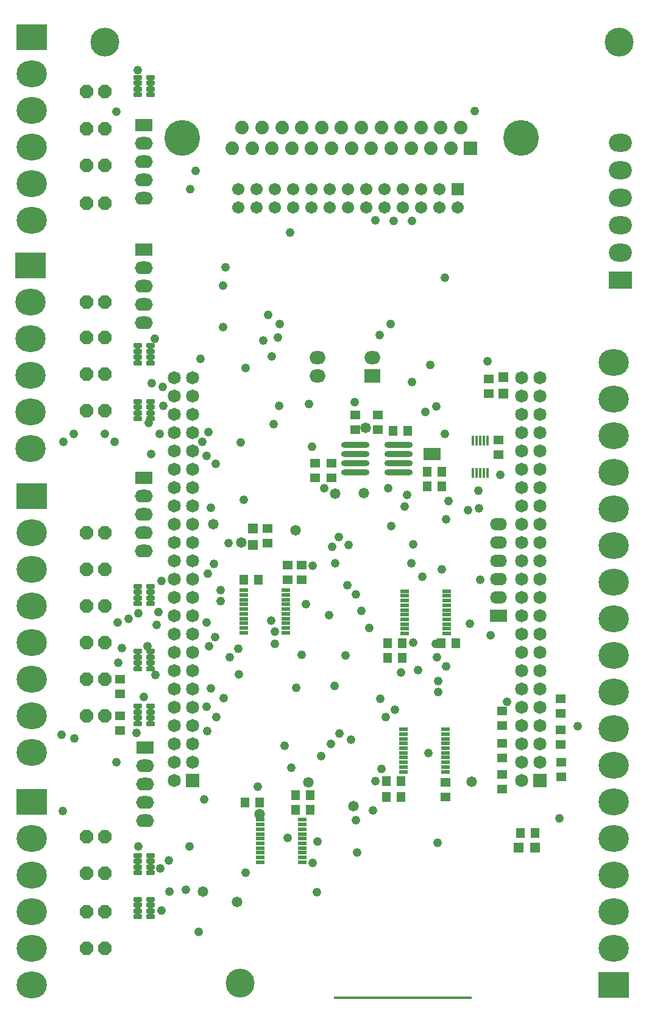
<source format=gts>
%FSTAX24Y24*%
%MOIN*%
G70*
G01*
G75*
G04 Layer_Color=8388736*
%ADD10R,0.0500X0.0394*%
%ADD11R,0.7500X0.0100*%
%ADD12R,0.0500X0.0500*%
G04:AMPARAMS|DCode=13|XSize=37.4mil|YSize=19.7mil|CornerRadius=2.5mil|HoleSize=0mil|Usage=FLASHONLY|Rotation=180.000|XOffset=0mil|YOffset=0mil|HoleType=Round|Shape=RoundedRectangle|*
%AMROUNDEDRECTD13*
21,1,0.0374,0.0148,0,0,180.0*
21,1,0.0325,0.0197,0,0,180.0*
1,1,0.0049,-0.0162,0.0074*
1,1,0.0049,0.0162,0.0074*
1,1,0.0049,0.0162,-0.0074*
1,1,0.0049,-0.0162,-0.0074*
%
%ADD13ROUNDEDRECTD13*%
%ADD14R,0.0500X0.0500*%
%ADD15R,0.0394X0.0500*%
%ADD16R,0.0390X0.0120*%
%ADD17O,0.1457X0.0256*%
%ADD18O,0.0118X0.0532*%
%ADD19C,0.0160*%
%ADD20C,0.0080*%
%ADD21C,0.0120*%
%ADD22C,0.0200*%
%ADD23C,0.0100*%
%ADD24C,0.1500*%
%ADD25C,0.1874*%
%ADD26C,0.0665*%
%ADD27R,0.0665X0.0665*%
%ADD28O,0.1575X0.1360*%
%ADD29R,0.1575X0.1360*%
%ADD30R,0.0638X0.0638*%
%ADD31C,0.0638*%
%ADD32C,0.0591*%
%ADD33R,0.0591X0.0591*%
%ADD34P,0.0714X8X202.5*%
%ADD35O,0.0900X0.0620*%
%ADD36R,0.0900X0.0620*%
%ADD37O,0.0850X0.0600*%
%ADD38R,0.0850X0.0600*%
%ADD39O,0.0800X0.0640*%
%ADD40R,0.0800X0.0640*%
%ADD41R,0.1181X0.0902*%
%ADD42O,0.1181X0.0902*%
%ADD43C,0.0400*%
%ADD44C,0.0500*%
%ADD45C,0.0400*%
%ADD46C,0.0079*%
%ADD47C,0.0050*%
%ADD48C,0.0060*%
%ADD49C,0.0098*%
%ADD50C,0.0070*%
%ADD51C,0.0040*%
%ADD52C,0.0059*%
%ADD53R,0.0315X0.0945*%
%ADD54R,0.0580X0.0474*%
%ADD55R,0.7580X0.0180*%
%ADD56R,0.0580X0.0580*%
G04:AMPARAMS|DCode=57|XSize=45.4mil|YSize=27.7mil|CornerRadius=6.5mil|HoleSize=0mil|Usage=FLASHONLY|Rotation=180.000|XOffset=0mil|YOffset=0mil|HoleType=Round|Shape=RoundedRectangle|*
%AMROUNDEDRECTD57*
21,1,0.0454,0.0148,0,0,180.0*
21,1,0.0325,0.0277,0,0,180.0*
1,1,0.0129,-0.0162,0.0074*
1,1,0.0129,0.0162,0.0074*
1,1,0.0129,0.0162,-0.0074*
1,1,0.0129,-0.0162,-0.0074*
%
%ADD57ROUNDEDRECTD57*%
%ADD58R,0.0580X0.0580*%
%ADD59R,0.0474X0.0580*%
%ADD60R,0.0470X0.0200*%
%ADD61O,0.1537X0.0336*%
%ADD62O,0.0158X0.0572*%
%ADD63C,0.1580*%
%ADD64C,0.1954*%
%ADD65C,0.0745*%
%ADD66R,0.0745X0.0745*%
%ADD67O,0.1655X0.1440*%
%ADD68R,0.1655X0.1440*%
%ADD69R,0.0718X0.0718*%
%ADD70C,0.0718*%
%ADD71C,0.0671*%
%ADD72R,0.0671X0.0671*%
%ADD73P,0.0801X8X202.5*%
%ADD74O,0.0980X0.0700*%
%ADD75R,0.0980X0.0700*%
%ADD76O,0.0930X0.0680*%
%ADD77R,0.0930X0.0680*%
%ADD78O,0.0880X0.0720*%
%ADD79R,0.0880X0.0720*%
%ADD80R,0.1261X0.0982*%
%ADD81O,0.1261X0.0982*%
%ADD82C,0.0480*%
%ADD83C,0.0580*%
D53*
X031054Y0449D02*
D03*
X030346D02*
D03*
X031054Y01465D02*
D03*
X030346D02*
D03*
X031054Y01705D02*
D03*
X030346D02*
D03*
X031054Y0252D02*
D03*
X030346D02*
D03*
X031054Y04185D02*
D03*
X030346D02*
D03*
Y05955D02*
D03*
X031054D02*
D03*
Y0282D02*
D03*
X030346D02*
D03*
Y03175D02*
D03*
X031054D02*
D03*
D54*
X053503Y025296D02*
D03*
Y026096D02*
D03*
X049567Y042733D02*
D03*
Y043533D02*
D03*
X042252Y041585D02*
D03*
Y040785D02*
D03*
X0294Y02435D02*
D03*
Y02515D02*
D03*
X053516Y022605D02*
D03*
Y021805D02*
D03*
X053503Y023595D02*
D03*
Y024395D02*
D03*
X0503Y0254D02*
D03*
Y0246D02*
D03*
Y02285D02*
D03*
Y02365D02*
D03*
X050286Y021153D02*
D03*
Y021953D02*
D03*
X047199Y020713D02*
D03*
Y021513D02*
D03*
X037467Y035389D02*
D03*
Y034589D02*
D03*
X0294Y02715D02*
D03*
Y02635D02*
D03*
X039323Y032585D02*
D03*
Y033385D02*
D03*
X04095Y03815D02*
D03*
Y03895D02*
D03*
X04005Y03815D02*
D03*
Y03895D02*
D03*
X043477Y041593D02*
D03*
Y040793D02*
D03*
X0501Y0394D02*
D03*
Y0402D02*
D03*
X038561Y032585D02*
D03*
Y033385D02*
D03*
D55*
X044845Y009737D02*
D03*
D56*
X050367Y043633D02*
D03*
Y042733D02*
D03*
X036669Y034472D02*
D03*
Y035372D02*
D03*
D57*
X031054Y045372D02*
D03*
Y045057D02*
D03*
Y044743D02*
D03*
Y044428D02*
D03*
X030346D02*
D03*
Y044743D02*
D03*
Y045057D02*
D03*
Y045372D02*
D03*
X031054Y015122D02*
D03*
Y014807D02*
D03*
Y014493D02*
D03*
Y014178D02*
D03*
X030346D02*
D03*
Y014493D02*
D03*
Y014807D02*
D03*
Y015122D02*
D03*
X031054Y017522D02*
D03*
Y017207D02*
D03*
Y016893D02*
D03*
Y016578D02*
D03*
X030346D02*
D03*
Y016893D02*
D03*
Y017207D02*
D03*
Y017522D02*
D03*
X031054Y025672D02*
D03*
Y025357D02*
D03*
Y025043D02*
D03*
Y024728D02*
D03*
X030346D02*
D03*
Y025043D02*
D03*
Y025357D02*
D03*
Y025672D02*
D03*
X031054Y042322D02*
D03*
Y042007D02*
D03*
Y041693D02*
D03*
Y041378D02*
D03*
X030346D02*
D03*
Y041693D02*
D03*
Y042007D02*
D03*
Y042322D02*
D03*
Y059078D02*
D03*
Y059393D02*
D03*
Y059707D02*
D03*
Y060022D02*
D03*
X031054D02*
D03*
Y059707D02*
D03*
Y059393D02*
D03*
Y059078D02*
D03*
Y028672D02*
D03*
Y028357D02*
D03*
Y028043D02*
D03*
Y027728D02*
D03*
X030346D02*
D03*
Y028043D02*
D03*
Y028357D02*
D03*
Y028672D02*
D03*
Y031278D02*
D03*
Y031593D02*
D03*
Y031907D02*
D03*
Y032222D02*
D03*
X031054D02*
D03*
Y031907D02*
D03*
Y031593D02*
D03*
Y031278D02*
D03*
D58*
X051198Y01796D02*
D03*
X052098D02*
D03*
D59*
X052094Y018743D02*
D03*
X051294D02*
D03*
X044775Y020726D02*
D03*
X043975D02*
D03*
X044775Y021576D02*
D03*
X043975D02*
D03*
X046968Y02911D02*
D03*
X047769D02*
D03*
X037038Y020427D02*
D03*
X036238D02*
D03*
X036157Y032572D02*
D03*
X036957D02*
D03*
X045134Y040709D02*
D03*
X044334D02*
D03*
X046981Y038478D02*
D03*
X046181D02*
D03*
X046981Y037668D02*
D03*
X046181D02*
D03*
X044027Y028313D02*
D03*
X044827D02*
D03*
X038991Y019999D02*
D03*
X039791D02*
D03*
X038991Y020799D02*
D03*
X039791D02*
D03*
X044032Y029115D02*
D03*
X044832D02*
D03*
D60*
X037045Y019465D02*
D03*
Y019209D02*
D03*
Y018953D02*
D03*
Y018697D02*
D03*
Y018441D02*
D03*
Y018183D02*
D03*
Y017923D02*
D03*
Y017673D02*
D03*
X039344D02*
D03*
Y017923D02*
D03*
Y018183D02*
D03*
Y018441D02*
D03*
Y018697D02*
D03*
Y018953D02*
D03*
Y019209D02*
D03*
Y019465D02*
D03*
X037045Y017413D02*
D03*
Y017153D02*
D03*
X039344Y017413D02*
D03*
Y017153D02*
D03*
X036151Y032002D02*
D03*
Y031746D02*
D03*
Y03149D02*
D03*
Y031234D02*
D03*
Y030978D02*
D03*
Y03072D02*
D03*
Y03046D02*
D03*
Y03021D02*
D03*
X03845D02*
D03*
Y03046D02*
D03*
Y03072D02*
D03*
Y030978D02*
D03*
Y031234D02*
D03*
Y03149D02*
D03*
Y031746D02*
D03*
Y032002D02*
D03*
X036151Y02995D02*
D03*
Y02969D02*
D03*
X03845Y02995D02*
D03*
Y02969D02*
D03*
X047199Y022098D02*
D03*
Y022354D02*
D03*
Y02261D02*
D03*
Y022866D02*
D03*
Y023122D02*
D03*
Y02338D02*
D03*
Y02364D02*
D03*
Y02389D02*
D03*
X0449D02*
D03*
Y02364D02*
D03*
Y02338D02*
D03*
Y023122D02*
D03*
Y022866D02*
D03*
Y02261D02*
D03*
Y022354D02*
D03*
Y022098D02*
D03*
X047199Y02415D02*
D03*
Y02441D02*
D03*
X0449Y02415D02*
D03*
Y02441D02*
D03*
X047249Y029648D02*
D03*
Y029904D02*
D03*
Y03016D02*
D03*
Y030416D02*
D03*
Y030672D02*
D03*
Y03093D02*
D03*
Y03119D02*
D03*
Y03144D02*
D03*
X04495D02*
D03*
Y03119D02*
D03*
Y03093D02*
D03*
Y030672D02*
D03*
Y030416D02*
D03*
Y03016D02*
D03*
Y029904D02*
D03*
Y029648D02*
D03*
X047249Y0317D02*
D03*
Y03196D02*
D03*
X04495Y0317D02*
D03*
Y03196D02*
D03*
D61*
X042271Y03995D02*
D03*
Y03945D02*
D03*
Y03895D02*
D03*
Y03845D02*
D03*
X044629Y03995D02*
D03*
Y03945D02*
D03*
Y03895D02*
D03*
Y03845D02*
D03*
D62*
X049494Y040176D02*
D03*
X049297D02*
D03*
X0491D02*
D03*
X048903D02*
D03*
X048706D02*
D03*
Y038424D02*
D03*
X048903D02*
D03*
X0491D02*
D03*
X049297D02*
D03*
X049494D02*
D03*
D63*
X0567Y06195D02*
D03*
X02855D02*
D03*
X03595Y01055D02*
D03*
D64*
X051312Y05671D02*
D03*
X032788D02*
D03*
D65*
X035528Y056151D02*
D03*
X036071Y057269D02*
D03*
X036615Y056151D02*
D03*
X037158Y057269D02*
D03*
X037702Y056151D02*
D03*
X038245Y057269D02*
D03*
X038789Y056151D02*
D03*
X039332Y057269D02*
D03*
X039876Y056151D02*
D03*
X040419Y057269D02*
D03*
X040963Y056151D02*
D03*
X041507Y057269D02*
D03*
X04205Y056151D02*
D03*
X042593Y057269D02*
D03*
X043137Y056151D02*
D03*
X043681Y057269D02*
D03*
X044224Y056151D02*
D03*
X044768Y057269D02*
D03*
X045311Y056151D02*
D03*
X045855Y057269D02*
D03*
X046398Y056151D02*
D03*
X046942Y057269D02*
D03*
X047485Y056151D02*
D03*
X048029Y057269D02*
D03*
D66*
X048572Y056151D02*
D03*
D67*
X0245Y03975D02*
D03*
Y04175D02*
D03*
Y04375D02*
D03*
Y04575D02*
D03*
Y04775D02*
D03*
X02455Y03515D02*
D03*
Y03315D02*
D03*
Y03115D02*
D03*
Y02915D02*
D03*
Y02715D02*
D03*
Y02515D02*
D03*
Y02315D02*
D03*
Y0522D02*
D03*
Y0542D02*
D03*
Y0562D02*
D03*
Y0582D02*
D03*
Y0602D02*
D03*
Y010454D02*
D03*
Y012454D02*
D03*
Y014454D02*
D03*
Y016454D02*
D03*
Y018454D02*
D03*
X0564Y01245D02*
D03*
Y01445D02*
D03*
Y01645D02*
D03*
Y01845D02*
D03*
Y02045D02*
D03*
Y02245D02*
D03*
Y02445D02*
D03*
Y02645D02*
D03*
Y02845D02*
D03*
Y03045D02*
D03*
Y03245D02*
D03*
Y03445D02*
D03*
Y03645D02*
D03*
Y03845D02*
D03*
Y04045D02*
D03*
Y04245D02*
D03*
Y04445D02*
D03*
D68*
X0245Y04975D02*
D03*
X02455Y03715D02*
D03*
Y0622D02*
D03*
Y020454D02*
D03*
X0564Y01045D02*
D03*
D69*
X03335Y0216D02*
D03*
X05235D02*
D03*
D70*
X03235D02*
D03*
X03335Y0226D02*
D03*
X03235D02*
D03*
X03335Y0236D02*
D03*
X03235D02*
D03*
X03335Y0246D02*
D03*
X03235D02*
D03*
X03335Y0256D02*
D03*
X03235D02*
D03*
X03335Y0266D02*
D03*
X03235D02*
D03*
X03335Y0276D02*
D03*
X03235D02*
D03*
X03335Y0286D02*
D03*
X03235D02*
D03*
X03335Y0296D02*
D03*
X03235D02*
D03*
X03335Y0306D02*
D03*
X03235D02*
D03*
X03335Y0316D02*
D03*
X03235D02*
D03*
X03335Y0326D02*
D03*
X03235D02*
D03*
X03335Y0336D02*
D03*
X03235D02*
D03*
X03335Y0346D02*
D03*
X03235D02*
D03*
X03335Y0356D02*
D03*
X03235D02*
D03*
X03335Y0366D02*
D03*
X03235D02*
D03*
X03335Y0376D02*
D03*
X03235D02*
D03*
X03335Y0386D02*
D03*
X03235D02*
D03*
X03335Y0396D02*
D03*
X03235D02*
D03*
X03335Y0406D02*
D03*
X03235D02*
D03*
X03335Y0416D02*
D03*
X03235D02*
D03*
X03335Y0426D02*
D03*
X03235D02*
D03*
X03335Y0436D02*
D03*
X03235D02*
D03*
X05135Y0216D02*
D03*
X05235Y0226D02*
D03*
X05135D02*
D03*
X05235Y0236D02*
D03*
X05135D02*
D03*
X05235Y0246D02*
D03*
X05135D02*
D03*
X05235Y0256D02*
D03*
X05135D02*
D03*
X05235Y0266D02*
D03*
X05135D02*
D03*
X05235Y0276D02*
D03*
X05135D02*
D03*
X05235Y0286D02*
D03*
X05135D02*
D03*
X05235Y0296D02*
D03*
X05135D02*
D03*
X05235Y0306D02*
D03*
X05135D02*
D03*
X05235Y0316D02*
D03*
X05135D02*
D03*
X05235Y0326D02*
D03*
X05135D02*
D03*
X05235Y0336D02*
D03*
X05135D02*
D03*
X05235Y0346D02*
D03*
X05135D02*
D03*
X05235Y0356D02*
D03*
X05135D02*
D03*
X05235Y0366D02*
D03*
X05135D02*
D03*
X05235Y0376D02*
D03*
X05135D02*
D03*
X05235Y0386D02*
D03*
X05135D02*
D03*
X05235Y0396D02*
D03*
X05135D02*
D03*
X05235Y0406D02*
D03*
X05135D02*
D03*
X05235Y0416D02*
D03*
X05135D02*
D03*
X05235Y0426D02*
D03*
X05135D02*
D03*
X05235Y0436D02*
D03*
X05135D02*
D03*
D71*
X03585Y0529D02*
D03*
Y0539D02*
D03*
X03685Y0529D02*
D03*
Y0539D02*
D03*
X03785Y0529D02*
D03*
Y0539D02*
D03*
X03885Y0529D02*
D03*
Y0539D02*
D03*
X03985Y0529D02*
D03*
Y0539D02*
D03*
X04085Y0529D02*
D03*
Y0539D02*
D03*
X04185Y0529D02*
D03*
Y0539D02*
D03*
X04285Y0529D02*
D03*
Y0539D02*
D03*
X04385Y0529D02*
D03*
Y0539D02*
D03*
X04485Y0529D02*
D03*
Y0539D02*
D03*
X04585Y0529D02*
D03*
Y0539D02*
D03*
X04685Y0529D02*
D03*
Y0539D02*
D03*
X04785Y0529D02*
D03*
D72*
Y0539D02*
D03*
D73*
X02755Y05315D02*
D03*
X02855D02*
D03*
X02755Y0552D02*
D03*
X02855D02*
D03*
X02755Y0572D02*
D03*
X02855D02*
D03*
X02755Y05925D02*
D03*
X02855D02*
D03*
X02755Y0418D02*
D03*
X02855D02*
D03*
X02755Y0438D02*
D03*
X02855D02*
D03*
X02755Y0458D02*
D03*
X02855D02*
D03*
X02755Y03515D02*
D03*
X02855D02*
D03*
X02755Y03315D02*
D03*
X02855D02*
D03*
X02755Y03115D02*
D03*
X02855D02*
D03*
X02755Y02915D02*
D03*
X02855D02*
D03*
X02755Y02715D02*
D03*
X02855D02*
D03*
Y02515D02*
D03*
X02755D02*
D03*
Y01245D02*
D03*
X02855D02*
D03*
X02755Y01445D02*
D03*
X02855D02*
D03*
X02755Y01655D02*
D03*
X02855D02*
D03*
X02755Y01855D02*
D03*
X02855D02*
D03*
X02755Y04775D02*
D03*
X02855D02*
D03*
D74*
X0307Y03415D02*
D03*
Y03515D02*
D03*
Y03615D02*
D03*
Y03715D02*
D03*
X03075Y0194D02*
D03*
Y0204D02*
D03*
Y0214D02*
D03*
Y0224D02*
D03*
X0307Y0534D02*
D03*
Y0544D02*
D03*
Y0554D02*
D03*
Y0564D02*
D03*
Y0466D02*
D03*
Y0476D02*
D03*
Y0486D02*
D03*
Y0496D02*
D03*
D75*
Y03815D02*
D03*
X03075Y0234D02*
D03*
X0307Y0574D02*
D03*
Y0506D02*
D03*
D76*
X0501Y0356D02*
D03*
Y0346D02*
D03*
Y0336D02*
D03*
Y0326D02*
D03*
Y0316D02*
D03*
D77*
Y0306D02*
D03*
X046459Y039435D02*
D03*
D78*
X0402Y0447D02*
D03*
X0432D02*
D03*
X0402Y0437D02*
D03*
D79*
X0432D02*
D03*
D80*
X05675Y04895D02*
D03*
D81*
Y05045D02*
D03*
Y05195D02*
D03*
Y05345D02*
D03*
Y05495D02*
D03*
Y05645D02*
D03*
D82*
X043224Y019978D02*
D03*
X031112Y043309D02*
D03*
X037694Y044798D02*
D03*
X033779Y044652D02*
D03*
X034527Y033452D02*
D03*
X037785Y041088D02*
D03*
X035322Y034574D02*
D03*
X036165Y036963D02*
D03*
X031712Y0431D02*
D03*
X031571Y040544D02*
D03*
X038094Y04207D02*
D03*
X03175Y042096D02*
D03*
X041354Y034929D02*
D03*
X041877Y034477D02*
D03*
X040997Y034388D02*
D03*
X041173Y033493D02*
D03*
X04183Y032297D02*
D03*
X045318Y033498D02*
D03*
X045914Y032747D02*
D03*
X047211Y027862D02*
D03*
X04678Y026435D02*
D03*
X046743Y028342D02*
D03*
X049663Y029545D02*
D03*
X037855Y029739D02*
D03*
X037856Y029093D02*
D03*
X03993Y033333D02*
D03*
X046261Y023111D02*
D03*
X034882Y032015D02*
D03*
X034891Y031402D02*
D03*
X03425Y02895D02*
D03*
X034126Y030249D02*
D03*
X035852Y028812D02*
D03*
X035386Y028345D02*
D03*
X040393Y022955D02*
D03*
X038401Y023501D02*
D03*
X038745Y022328D02*
D03*
X040152Y015522D02*
D03*
X034003Y02058D02*
D03*
X030404Y01801D02*
D03*
X039939Y017111D02*
D03*
X041133Y026775D02*
D03*
X053425Y019532D02*
D03*
X039016Y026671D02*
D03*
X035889Y027418D02*
D03*
X034364Y026656D02*
D03*
X035058Y026104D02*
D03*
X034667Y025094D02*
D03*
X034165Y024322D02*
D03*
X034125Y025664D02*
D03*
X048515Y030167D02*
D03*
X049106Y032598D02*
D03*
X0292Y05815D02*
D03*
X0295Y02885D02*
D03*
X0303Y0242D02*
D03*
X033Y01565D02*
D03*
X0321Y01555D02*
D03*
X0346Y02945D02*
D03*
X0314Y0301D02*
D03*
X03205Y01725D02*
D03*
X0339Y0401D02*
D03*
X03165Y0145D02*
D03*
X0316Y0168D02*
D03*
X0269Y0239D02*
D03*
X02625Y01995D02*
D03*
X0262Y0241D02*
D03*
X029307Y028043D02*
D03*
X030689Y026166D02*
D03*
X031324Y027371D02*
D03*
X0304Y03075D02*
D03*
X0311Y03945D02*
D03*
X03095Y04115D02*
D03*
X0313Y04575D02*
D03*
X03035Y0604D02*
D03*
X0315Y0308D02*
D03*
X03165Y032528D02*
D03*
X02985Y03045D02*
D03*
X030895Y02896D02*
D03*
X02925Y03025D02*
D03*
X0291Y0401D02*
D03*
X02855Y04055D02*
D03*
X02685D02*
D03*
X0263Y0401D02*
D03*
X0292Y0226D02*
D03*
X044443Y02548D02*
D03*
X034199Y03293D02*
D03*
X042012Y023839D02*
D03*
X042348Y017669D02*
D03*
X040926Y0236D02*
D03*
X038573Y018471D02*
D03*
X040188Y018298D02*
D03*
X041408Y024176D02*
D03*
X040834Y030658D02*
D03*
X043026Y029942D02*
D03*
X04368Y022253D02*
D03*
X041717Y028462D02*
D03*
X043916Y025082D02*
D03*
X04362Y026084D02*
D03*
X044758Y02752D02*
D03*
X042586Y030867D02*
D03*
X037669Y030339D02*
D03*
X039561Y031261D02*
D03*
X039332Y02848D02*
D03*
X042288Y031765D02*
D03*
X050562Y025909D02*
D03*
X033686Y01336D02*
D03*
X034349Y036505D02*
D03*
X034635Y038902D02*
D03*
X034135Y039347D02*
D03*
X03422Y040639D02*
D03*
X036265Y044162D02*
D03*
X037507Y047036D02*
D03*
X044219Y035504D02*
D03*
X044062Y037584D02*
D03*
X046348Y044324D02*
D03*
X04535Y05219D02*
D03*
Y043396D02*
D03*
X046677Y042046D02*
D03*
X044358Y052172D02*
D03*
X044177Y046544D02*
D03*
X043602Y045936D02*
D03*
X04335Y052209D02*
D03*
X040572Y037572D02*
D03*
X039909Y039841D02*
D03*
X039733Y042187D02*
D03*
X042243Y042297D02*
D03*
X038691Y051543D02*
D03*
X033223Y053926D02*
D03*
X037227Y045653D02*
D03*
X03503Y048649D02*
D03*
X035145Y049641D02*
D03*
X035034Y04638D02*
D03*
X033538Y054911D02*
D03*
X048792Y058187D02*
D03*
X047161Y040554D02*
D03*
X047155Y049066D02*
D03*
X049492Y044499D02*
D03*
X044969Y036565D02*
D03*
X049019Y036482D02*
D03*
X048419Y036392D02*
D03*
X048981Y037454D02*
D03*
X050208Y03832D02*
D03*
X047356Y03689D02*
D03*
X047212Y035865D02*
D03*
X045092Y037224D02*
D03*
X046761Y018225D02*
D03*
X042289Y019463D02*
D03*
X036941Y021296D02*
D03*
X054425Y024581D02*
D03*
X038022Y045826D02*
D03*
X038129Y046543D02*
D03*
X036248Y016584D02*
D03*
X033184Y018006D02*
D03*
X036001Y040094D02*
D03*
X046085Y04175D02*
D03*
X043364Y021571D02*
D03*
X045412Y029132D02*
D03*
X046675Y029095D02*
D03*
X045411Y034512D02*
D03*
X046983Y033138D02*
D03*
X046793Y027035D02*
D03*
X045704Y027658D02*
D03*
D83*
X042159Y020207D02*
D03*
X034492Y03562D02*
D03*
X036018Y034605D02*
D03*
X033919Y01555D02*
D03*
X042824Y040867D02*
D03*
X048622Y021551D02*
D03*
X039688Y021514D02*
D03*
X03703Y019776D02*
D03*
X042727Y037315D02*
D03*
X03581Y014965D02*
D03*
X041164Y037281D02*
D03*
X038978Y035278D02*
D03*
M02*

</source>
